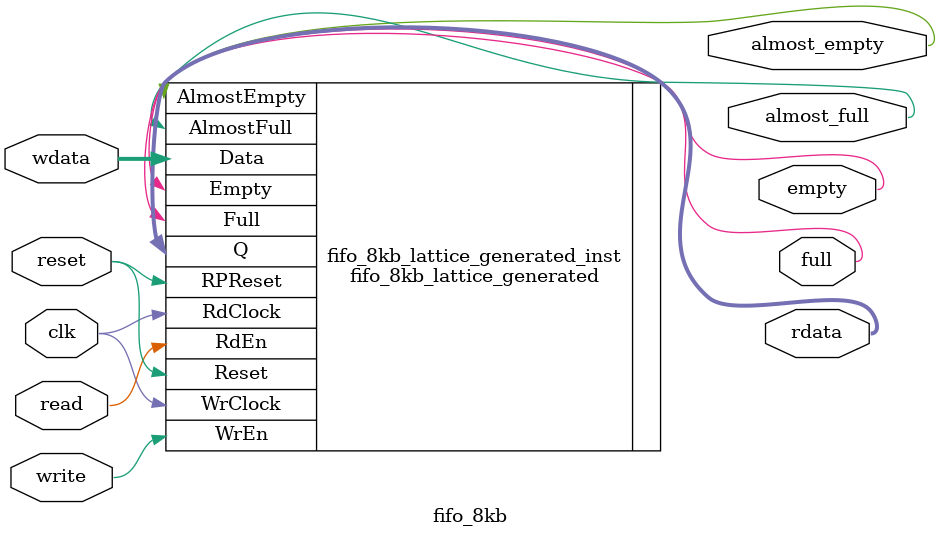
<source format=sv>
module fifo_8kb (
    input clk,
    input reset,

    output empty,
    output almost_empty,
    input read,
    output [7:0] rdata,

    output full,
    output almost_full,
    input write,
    input [7:0] wdata
);

    fifo_8kb_lattice_generated fifo_8kb_lattice_generated_inst (
        .Data(wdata),
        .WrClock(clk),
        .RdClock(clk),
        .WrEn(write),
        .RdEn(read),
        .Reset(reset),
        .RPReset(reset),
        .Q(rdata),
        .Empty(empty),
        .Full(full), 
        .AlmostEmpty(almost_empty),
        .AlmostFull(almost_full)
    );

endmodule

</source>
